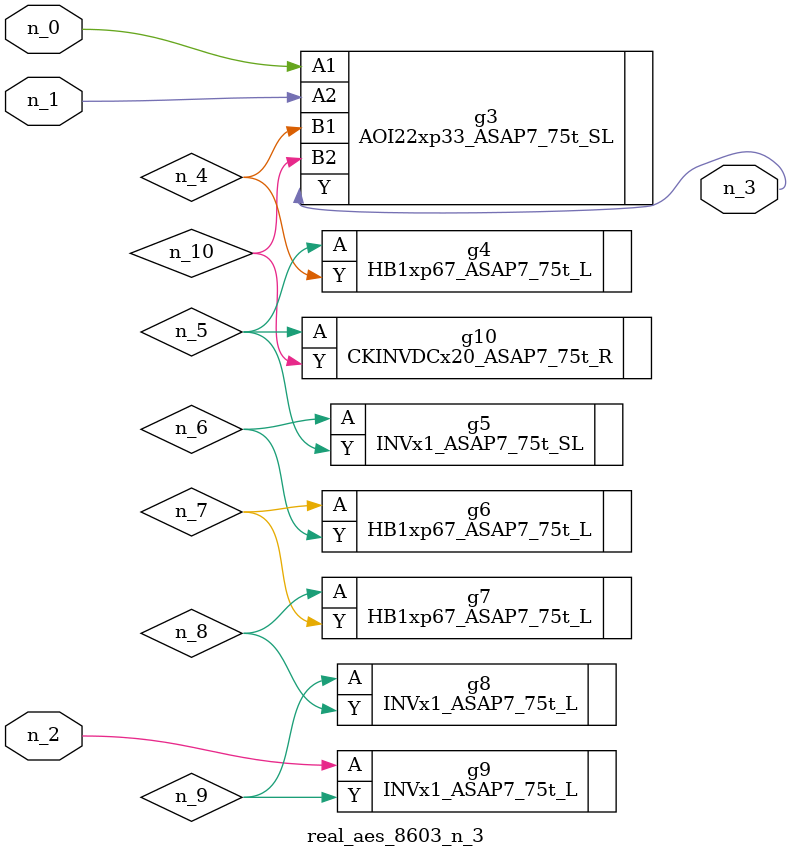
<source format=v>
module real_aes_8603_n_3 (n_0, n_2, n_1, n_3);
input n_0;
input n_2;
input n_1;
output n_3;
wire n_4;
wire n_5;
wire n_7;
wire n_8;
wire n_6;
wire n_9;
wire n_10;
AOI22xp33_ASAP7_75t_SL g3 ( .A1(n_0), .A2(n_1), .B1(n_4), .B2(n_10), .Y(n_3) );
INVx1_ASAP7_75t_L g9 ( .A(n_2), .Y(n_9) );
HB1xp67_ASAP7_75t_L g4 ( .A(n_5), .Y(n_4) );
CKINVDCx20_ASAP7_75t_R g10 ( .A(n_5), .Y(n_10) );
INVx1_ASAP7_75t_SL g5 ( .A(n_6), .Y(n_5) );
HB1xp67_ASAP7_75t_L g6 ( .A(n_7), .Y(n_6) );
HB1xp67_ASAP7_75t_L g7 ( .A(n_8), .Y(n_7) );
INVx1_ASAP7_75t_L g8 ( .A(n_9), .Y(n_8) );
endmodule
</source>
